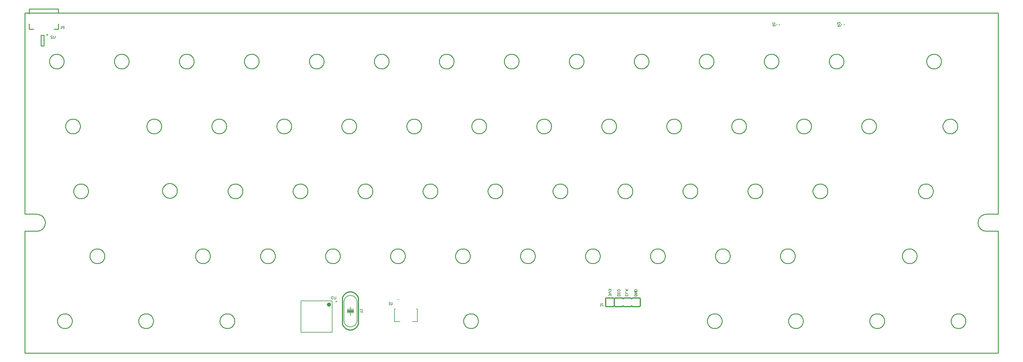
<source format=gbo>
G04*
G04 #@! TF.GenerationSoftware,Altium Limited,Altium Designer,21.2.1 (34)*
G04*
G04 Layer_Color=32896*
%FSLAX25Y25*%
%MOIN*%
G70*
G04*
G04 #@! TF.SameCoordinates,E791EE2E-FBA0-4324-A9C2-BCC3054153F0*
G04*
G04*
G04 #@! TF.FilePolarity,Positive*
G04*
G01*
G75*
%ADD10C,0.01000*%
%ADD11C,0.00787*%
%ADD12C,0.00984*%
%ADD15C,0.00700*%
%ADD16C,0.00500*%
%ADD67C,0.01181*%
%ADD75C,0.02362*%
G36*
X379806Y49659D02*
X371906D01*
Y47359D01*
X379806D01*
Y49659D01*
D02*
G37*
D10*
X739013Y111865D02*
X738953Y112870D01*
X738775Y113861D01*
X738481Y114825D01*
X738075Y115746D01*
X737563Y116613D01*
X736951Y117414D01*
X736250Y118137D01*
X735468Y118771D01*
X734616Y119309D01*
X733707Y119742D01*
X732753Y120064D01*
X731768Y120272D01*
X730764Y120361D01*
X729758Y120331D01*
X728762Y120183D01*
X727790Y119917D01*
X726857Y119539D01*
X725975Y119053D01*
X725157Y118465D01*
X724414Y117786D01*
X723756Y117023D01*
X723194Y116187D01*
X722734Y115292D01*
X722383Y114347D01*
X722147Y113368D01*
X722027Y112369D01*
Y111361D01*
X722147Y110361D01*
X722383Y109382D01*
X722734Y108438D01*
X723194Y107542D01*
X723756Y106707D01*
X724414Y105944D01*
X725157Y105264D01*
X725975Y104677D01*
X726857Y104191D01*
X727790Y103813D01*
X728762Y103547D01*
X729758Y103399D01*
X730764Y103369D01*
X731768Y103458D01*
X732753Y103665D01*
X733707Y103988D01*
X734616Y104421D01*
X735468Y104959D01*
X736250Y105593D01*
X736951Y106316D01*
X737563Y107116D01*
X738075Y107984D01*
X738481Y108905D01*
X738775Y109868D01*
X738953Y110860D01*
X739013Y111865D01*
X514013Y111865D02*
X513953Y112870D01*
X513775Y113861D01*
X513481Y114825D01*
X513075Y115746D01*
X512563Y116613D01*
X511951Y117414D01*
X511250Y118137D01*
X510468Y118771D01*
X509616Y119309D01*
X508707Y119742D01*
X507753Y120064D01*
X506768Y120272D01*
X505764Y120361D01*
X504758Y120331D01*
X503762Y120183D01*
X502790Y119917D01*
X501857Y119539D01*
X500975Y119053D01*
X500157Y118465D01*
X499414Y117786D01*
X498756Y117023D01*
X498194Y116187D01*
X497734Y115292D01*
X497383Y114347D01*
X497147Y113368D01*
X497027Y112369D01*
Y111361D01*
X497147Y110361D01*
X497383Y109382D01*
X497734Y108438D01*
X498194Y107542D01*
X498756Y106707D01*
X499414Y105944D01*
X500157Y105264D01*
X500975Y104677D01*
X501857Y104191D01*
X502790Y103813D01*
X503762Y103547D01*
X504758Y103399D01*
X505764Y103369D01*
X506768Y103458D01*
X507753Y103665D01*
X508707Y103988D01*
X509616Y104421D01*
X510468Y104959D01*
X511250Y105593D01*
X511951Y106316D01*
X512563Y107116D01*
X513075Y107984D01*
X513481Y108905D01*
X513775Y109868D01*
X513953Y110860D01*
X514013Y111865D01*
X120256Y336865D02*
X120197Y337870D01*
X120018Y338861D01*
X119724Y339825D01*
X119318Y340746D01*
X118806Y341613D01*
X118195Y342414D01*
X117494Y343137D01*
X116712Y343771D01*
X115860Y344309D01*
X114951Y344742D01*
X113997Y345064D01*
X113011Y345272D01*
X112008Y345361D01*
X111002Y345331D01*
X110005Y345183D01*
X109034Y344917D01*
X108101Y344539D01*
X107219Y344053D01*
X106401Y343465D01*
X105657Y342786D01*
X105000Y342023D01*
X104437Y341187D01*
X103978Y340292D01*
X103627Y339347D01*
X103390Y338369D01*
X103271Y337368D01*
Y336361D01*
X103390Y335361D01*
X103627Y334382D01*
X103978Y333438D01*
X104437Y332542D01*
X105000Y331707D01*
X105657Y330944D01*
X106401Y330264D01*
X107219Y329677D01*
X108101Y329191D01*
X109034Y328813D01*
X110005Y328547D01*
X111002Y328398D01*
X112008Y328369D01*
X113011Y328458D01*
X113997Y328665D01*
X114951Y328988D01*
X115860Y329421D01*
X116712Y329959D01*
X117494Y330593D01*
X118195Y331316D01*
X118806Y332116D01*
X119318Y332984D01*
X119724Y333905D01*
X120018Y334868D01*
X120197Y335860D01*
X120256Y336865D01*
X195257Y336865D02*
X195197Y337870D01*
X195019Y338861D01*
X194725Y339825D01*
X194319Y340746D01*
X193807Y341613D01*
X193195Y342414D01*
X192494Y343137D01*
X191712Y343771D01*
X190860Y344309D01*
X189951Y344742D01*
X188997Y345064D01*
X188012Y345272D01*
X187009Y345361D01*
X186002Y345331D01*
X185006Y345183D01*
X184034Y344917D01*
X183101Y344539D01*
X182219Y344053D01*
X181401Y343465D01*
X180658Y342786D01*
X180000Y342023D01*
X179438Y341187D01*
X178978Y340292D01*
X178627Y339347D01*
X178391Y338369D01*
X178272Y337368D01*
Y336361D01*
X178391Y335361D01*
X178627Y334382D01*
X178978Y333438D01*
X179438Y332542D01*
X180000Y331707D01*
X180658Y330944D01*
X181401Y330264D01*
X182219Y329677D01*
X183101Y329191D01*
X184034Y328813D01*
X185006Y328547D01*
X186002Y328398D01*
X187009Y328369D01*
X188012Y328458D01*
X188997Y328665D01*
X189951Y328988D01*
X190860Y329421D01*
X191712Y329959D01*
X192494Y330593D01*
X193195Y331316D01*
X193807Y332116D01*
X194319Y332984D01*
X194725Y333905D01*
X195019Y334868D01*
X195197Y335860D01*
X195257Y336865D01*
X270257Y336865D02*
X270197Y337870D01*
X270019Y338861D01*
X269725Y339825D01*
X269319Y340746D01*
X268807Y341613D01*
X268196Y342414D01*
X267494Y343137D01*
X266712Y343771D01*
X265860Y344309D01*
X264951Y344742D01*
X263997Y345064D01*
X263012Y345272D01*
X262009Y345361D01*
X261002Y345331D01*
X260006Y345183D01*
X259034Y344917D01*
X258101Y344539D01*
X257219Y344053D01*
X256401Y343465D01*
X255658Y342786D01*
X255000Y342023D01*
X254438Y341187D01*
X253978Y340292D01*
X253627Y339347D01*
X253391Y338369D01*
X253272Y337368D01*
Y336361D01*
X253391Y335361D01*
X253627Y334382D01*
X253978Y333438D01*
X254438Y332542D01*
X255000Y331707D01*
X255658Y330944D01*
X256401Y330264D01*
X257219Y329677D01*
X258101Y329191D01*
X259034Y328813D01*
X260006Y328547D01*
X261002Y328398D01*
X262009Y328369D01*
X263012Y328458D01*
X263997Y328665D01*
X264951Y328988D01*
X265860Y329421D01*
X266712Y329959D01*
X267494Y330593D01*
X268196Y331316D01*
X268807Y332116D01*
X269319Y332984D01*
X269725Y333905D01*
X270019Y334868D01*
X270197Y335860D01*
X270257Y336865D01*
X345257Y336865D02*
X345197Y337870D01*
X345019Y338861D01*
X344725Y339825D01*
X344319Y340746D01*
X343807Y341613D01*
X343196Y342414D01*
X342494Y343137D01*
X341712Y343771D01*
X340860Y344309D01*
X339951Y344742D01*
X338997Y345064D01*
X338012Y345272D01*
X337009Y345361D01*
X336002Y345331D01*
X335006Y345183D01*
X334034Y344917D01*
X333101Y344539D01*
X332219Y344053D01*
X331401Y343465D01*
X330658Y342786D01*
X330000Y342023D01*
X329438Y341187D01*
X328978Y340292D01*
X328627Y339347D01*
X328391Y338369D01*
X328272Y337368D01*
Y336361D01*
X328391Y335361D01*
X328627Y334382D01*
X328978Y333438D01*
X329438Y332542D01*
X330000Y331707D01*
X330658Y330944D01*
X331401Y330264D01*
X332219Y329677D01*
X333101Y329191D01*
X334034Y328813D01*
X335006Y328547D01*
X336002Y328398D01*
X337009Y328369D01*
X338012Y328458D01*
X338997Y328665D01*
X339951Y328988D01*
X340860Y329421D01*
X341712Y329959D01*
X342494Y330593D01*
X343196Y331316D01*
X343807Y332116D01*
X344319Y332984D01*
X344725Y333905D01*
X345019Y334868D01*
X345197Y335860D01*
X345257Y336865D01*
X45256Y336865D02*
X45196Y337870D01*
X45018Y338861D01*
X44724Y339825D01*
X44318Y340746D01*
X43806Y341613D01*
X43195Y342414D01*
X42494Y343137D01*
X41711Y343771D01*
X40860Y344309D01*
X39951Y344742D01*
X38997Y345064D01*
X38011Y345272D01*
X37008Y345361D01*
X36001Y345331D01*
X35005Y345183D01*
X34034Y344917D01*
X33101Y344539D01*
X32219Y344053D01*
X31400Y343465D01*
X30657Y342786D01*
X30000Y342023D01*
X29437Y341187D01*
X28977Y340292D01*
X28627Y339347D01*
X28390Y338369D01*
X28271Y337368D01*
Y336361D01*
X28390Y335361D01*
X28627Y334382D01*
X28977Y333438D01*
X29437Y332542D01*
X30000Y331707D01*
X30657Y330944D01*
X31400Y330264D01*
X32219Y329677D01*
X33101Y329191D01*
X34034Y328813D01*
X35005Y328547D01*
X36001Y328398D01*
X37008Y328369D01*
X38011Y328458D01*
X38997Y328665D01*
X39951Y328988D01*
X40860Y329421D01*
X41711Y329959D01*
X42493Y330593D01*
X43195Y331316D01*
X43806Y332116D01*
X44318Y332984D01*
X44724Y333905D01*
X45018Y334868D01*
X45196Y335860D01*
X45256Y336865D01*
X720257Y336865D02*
X720197Y337870D01*
X720019Y338861D01*
X719725Y339825D01*
X719319Y340746D01*
X718807Y341613D01*
X718195Y342414D01*
X717494Y343137D01*
X716712Y343771D01*
X715860Y344309D01*
X714951Y344742D01*
X713997Y345064D01*
X713012Y345272D01*
X712008Y345361D01*
X711002Y345331D01*
X710006Y345183D01*
X709034Y344917D01*
X708101Y344539D01*
X707219Y344053D01*
X706401Y343465D01*
X705658Y342786D01*
X705000Y342023D01*
X704438Y341187D01*
X703978Y340292D01*
X703627Y339347D01*
X703391Y338369D01*
X703272Y337368D01*
Y336361D01*
X703391Y335361D01*
X703627Y334382D01*
X703978Y333438D01*
X704438Y332542D01*
X705000Y331707D01*
X705658Y330944D01*
X706401Y330264D01*
X707219Y329677D01*
X708101Y329191D01*
X709034Y328813D01*
X710006Y328547D01*
X711002Y328398D01*
X712008Y328369D01*
X713012Y328458D01*
X713997Y328665D01*
X714951Y328988D01*
X715860Y329421D01*
X716712Y329959D01*
X717494Y330593D01*
X718195Y331316D01*
X718807Y332116D01*
X719319Y332984D01*
X719725Y333905D01*
X720019Y334868D01*
X720197Y335860D01*
X720257Y336865D01*
X795257Y336865D02*
X795197Y337870D01*
X795019Y338861D01*
X794725Y339825D01*
X794319Y340746D01*
X793807Y341613D01*
X793195Y342414D01*
X792494Y343137D01*
X791712Y343771D01*
X790860Y344309D01*
X789951Y344742D01*
X788997Y345064D01*
X788012Y345272D01*
X787008Y345361D01*
X786002Y345331D01*
X785006Y345183D01*
X784034Y344917D01*
X783101Y344539D01*
X782219Y344053D01*
X781401Y343465D01*
X780658Y342786D01*
X780000Y342023D01*
X779438Y341187D01*
X778978Y340292D01*
X778627Y339347D01*
X778391Y338369D01*
X778272Y337368D01*
Y336361D01*
X778391Y335361D01*
X778627Y334382D01*
X778978Y333438D01*
X779438Y332542D01*
X780000Y331707D01*
X780658Y330944D01*
X781401Y330264D01*
X782219Y329677D01*
X783101Y329191D01*
X784034Y328813D01*
X785006Y328547D01*
X786002Y328398D01*
X787008Y328369D01*
X788012Y328458D01*
X788997Y328665D01*
X789951Y328988D01*
X790860Y329421D01*
X791712Y329959D01*
X792494Y330593D01*
X793195Y331316D01*
X793807Y332116D01*
X794319Y332984D01*
X794725Y333905D01*
X795019Y334868D01*
X795197Y335860D01*
X795257Y336865D01*
X870257Y336865D02*
X870197Y337870D01*
X870019Y338861D01*
X869725Y339825D01*
X869319Y340746D01*
X868807Y341613D01*
X868196Y342414D01*
X867494Y343137D01*
X866712Y343771D01*
X865860Y344309D01*
X864951Y344742D01*
X863997Y345064D01*
X863012Y345272D01*
X862008Y345361D01*
X861002Y345331D01*
X860006Y345183D01*
X859034Y344917D01*
X858101Y344539D01*
X857219Y344053D01*
X856401Y343465D01*
X855658Y342786D01*
X855000Y342023D01*
X854438Y341187D01*
X853978Y340292D01*
X853627Y339347D01*
X853391Y338369D01*
X853272Y337368D01*
Y336361D01*
X853391Y335361D01*
X853627Y334382D01*
X853978Y333438D01*
X854438Y332542D01*
X855000Y331707D01*
X855658Y330944D01*
X856401Y330264D01*
X857219Y329677D01*
X858101Y329191D01*
X859034Y328813D01*
X860006Y328547D01*
X861002Y328398D01*
X862008Y328369D01*
X863012Y328458D01*
X863997Y328665D01*
X864951Y328988D01*
X865860Y329421D01*
X866712Y329959D01*
X867494Y330593D01*
X868196Y331316D01*
X868807Y332116D01*
X869319Y332984D01*
X869725Y333905D01*
X870019Y334868D01*
X870197Y335860D01*
X870257Y336865D01*
X645257Y336865D02*
X645197Y337870D01*
X645019Y338861D01*
X644725Y339825D01*
X644319Y340746D01*
X643807Y341613D01*
X643195Y342414D01*
X642494Y343137D01*
X641712Y343771D01*
X640860Y344309D01*
X639951Y344742D01*
X638997Y345064D01*
X638012Y345272D01*
X637008Y345361D01*
X636002Y345331D01*
X635006Y345183D01*
X634034Y344917D01*
X633101Y344539D01*
X632219Y344053D01*
X631401Y343465D01*
X630658Y342786D01*
X630000Y342023D01*
X629438Y341187D01*
X628978Y340292D01*
X628627Y339347D01*
X628391Y338369D01*
X628272Y337368D01*
Y336361D01*
X628391Y335361D01*
X628627Y334382D01*
X628978Y333438D01*
X629438Y332542D01*
X630000Y331707D01*
X630658Y330944D01*
X631401Y330264D01*
X632219Y329677D01*
X633101Y329191D01*
X634034Y328813D01*
X635006Y328547D01*
X636002Y328398D01*
X637008Y328369D01*
X638012Y328458D01*
X638997Y328665D01*
X639951Y328988D01*
X640860Y329421D01*
X641712Y329959D01*
X642494Y330593D01*
X643195Y331316D01*
X643807Y332116D01*
X644319Y332984D01*
X644725Y333905D01*
X645019Y334868D01*
X645197Y335860D01*
X645257Y336865D01*
X570257Y336865D02*
X570197Y337870D01*
X570019Y338861D01*
X569725Y339825D01*
X569319Y340746D01*
X568807Y341613D01*
X568195Y342414D01*
X567494Y343137D01*
X566712Y343771D01*
X565860Y344309D01*
X564951Y344742D01*
X563997Y345064D01*
X563012Y345272D01*
X562008Y345361D01*
X561002Y345331D01*
X560006Y345183D01*
X559034Y344917D01*
X558101Y344539D01*
X557219Y344053D01*
X556401Y343465D01*
X555658Y342786D01*
X555000Y342023D01*
X554438Y341187D01*
X553978Y340292D01*
X553627Y339347D01*
X553391Y338369D01*
X553272Y337368D01*
Y336361D01*
X553391Y335361D01*
X553627Y334382D01*
X553978Y333438D01*
X554438Y332542D01*
X555000Y331707D01*
X555658Y330944D01*
X556401Y330264D01*
X557219Y329677D01*
X558101Y329191D01*
X559034Y328813D01*
X560006Y328547D01*
X561002Y328398D01*
X562008Y328369D01*
X563012Y328458D01*
X563997Y328665D01*
X564951Y328988D01*
X565860Y329421D01*
X566712Y329959D01*
X567494Y330593D01*
X568195Y331316D01*
X568807Y332116D01*
X569319Y332984D01*
X569725Y333905D01*
X570019Y334868D01*
X570197Y335860D01*
X570257Y336865D01*
X495257Y336865D02*
X495197Y337870D01*
X495019Y338861D01*
X494725Y339825D01*
X494319Y340746D01*
X493807Y341613D01*
X493195Y342414D01*
X492494Y343137D01*
X491712Y343771D01*
X490860Y344309D01*
X489951Y344742D01*
X488997Y345064D01*
X488012Y345272D01*
X487008Y345361D01*
X486002Y345331D01*
X485006Y345183D01*
X484034Y344917D01*
X483101Y344539D01*
X482219Y344053D01*
X481401Y343465D01*
X480658Y342786D01*
X480000Y342023D01*
X479438Y341187D01*
X478978Y340292D01*
X478627Y339347D01*
X478391Y338369D01*
X478272Y337368D01*
Y336361D01*
X478391Y335361D01*
X478627Y334382D01*
X478978Y333438D01*
X479438Y332542D01*
X480000Y331707D01*
X480658Y330944D01*
X481401Y330264D01*
X482219Y329677D01*
X483101Y329191D01*
X484034Y328813D01*
X485006Y328547D01*
X486002Y328398D01*
X487008Y328369D01*
X488012Y328458D01*
X488997Y328665D01*
X489951Y328988D01*
X490860Y329421D01*
X491712Y329959D01*
X492494Y330593D01*
X493195Y331316D01*
X493807Y332116D01*
X494319Y332984D01*
X494725Y333905D01*
X495019Y334868D01*
X495197Y335860D01*
X495257Y336865D01*
X420257Y336865D02*
X420197Y337870D01*
X420019Y338861D01*
X419725Y339825D01*
X419319Y340746D01*
X418807Y341613D01*
X418195Y342414D01*
X417494Y343137D01*
X416712Y343771D01*
X415860Y344309D01*
X414951Y344742D01*
X413997Y345064D01*
X413012Y345272D01*
X412008Y345361D01*
X411002Y345331D01*
X410006Y345183D01*
X409034Y344917D01*
X408101Y344539D01*
X407219Y344053D01*
X406401Y343465D01*
X405658Y342786D01*
X405000Y342023D01*
X404438Y341187D01*
X403978Y340292D01*
X403627Y339347D01*
X403391Y338369D01*
X403272Y337368D01*
Y336361D01*
X403391Y335361D01*
X403627Y334382D01*
X403978Y333438D01*
X404438Y332542D01*
X405000Y331707D01*
X405658Y330944D01*
X406401Y330264D01*
X407219Y329677D01*
X408101Y329191D01*
X409034Y328813D01*
X410006Y328547D01*
X411002Y328398D01*
X412008Y328369D01*
X413012Y328458D01*
X413997Y328665D01*
X414951Y328988D01*
X415860Y329421D01*
X416712Y329959D01*
X417494Y330593D01*
X418195Y331316D01*
X418807Y332116D01*
X419319Y332984D01*
X419725Y333905D01*
X420019Y334868D01*
X420197Y335860D01*
X420257Y336865D01*
X1085883Y36865D02*
X1085823Y37871D01*
X1085645Y38862D01*
X1085351Y39825D01*
X1084945Y40747D01*
X1084433Y41614D01*
X1083821Y42414D01*
X1083120Y43137D01*
X1082338Y43771D01*
X1081486Y44309D01*
X1080577Y44742D01*
X1079623Y45065D01*
X1078638Y45272D01*
X1077635Y45362D01*
X1076628Y45332D01*
X1075632Y45183D01*
X1074660Y44918D01*
X1073727Y44539D01*
X1072845Y44053D01*
X1072027Y43466D01*
X1071284Y42786D01*
X1070626Y42023D01*
X1070064Y41188D01*
X1069604Y40292D01*
X1069253Y39348D01*
X1069017Y38369D01*
X1068898Y37369D01*
Y36362D01*
X1069017Y35362D01*
X1069253Y34383D01*
X1069604Y33439D01*
X1070064Y32543D01*
X1070626Y31708D01*
X1071284Y30945D01*
X1072027Y30265D01*
X1072845Y29678D01*
X1073727Y29191D01*
X1074660Y28813D01*
X1075632Y28548D01*
X1076628Y28399D01*
X1077635Y28369D01*
X1078638Y28458D01*
X1079623Y28666D01*
X1080577Y28988D01*
X1081486Y29422D01*
X1082338Y29959D01*
X1083120Y30594D01*
X1083821Y31316D01*
X1084433Y32117D01*
X1084945Y32984D01*
X1085351Y33906D01*
X1085645Y34869D01*
X1085823Y35860D01*
X1085883Y36865D01*
X992131Y36865D02*
X992071Y37871D01*
X991893Y38862D01*
X991599Y39825D01*
X991193Y40747D01*
X990681Y41614D01*
X990069Y42414D01*
X989368Y43137D01*
X988586Y43771D01*
X987734Y44309D01*
X986825Y44742D01*
X985871Y45065D01*
X984886Y45272D01*
X983883Y45362D01*
X982876Y45332D01*
X981880Y45183D01*
X980908Y44918D01*
X979975Y44539D01*
X979093Y44053D01*
X978275Y43466D01*
X977532Y42786D01*
X976874Y42023D01*
X976312Y41188D01*
X975852Y40292D01*
X975501Y39348D01*
X975265Y38369D01*
X975146Y37369D01*
Y36362D01*
X975265Y35362D01*
X975501Y34383D01*
X975852Y33439D01*
X976312Y32543D01*
X976874Y31708D01*
X977532Y30945D01*
X978275Y30265D01*
X979093Y29678D01*
X979975Y29191D01*
X980908Y28813D01*
X981880Y28548D01*
X982876Y28399D01*
X983883Y28369D01*
X984886Y28458D01*
X985871Y28666D01*
X986825Y28988D01*
X987734Y29422D01*
X988586Y29959D01*
X989368Y30594D01*
X990069Y31316D01*
X990681Y32117D01*
X991193Y32984D01*
X991599Y33906D01*
X991893Y34869D01*
X992071Y35860D01*
X992131Y36865D01*
X898387Y36865D02*
X898327Y37871D01*
X898149Y38862D01*
X897855Y39825D01*
X897449Y40747D01*
X896937Y41614D01*
X896325Y42414D01*
X895624Y43137D01*
X894842Y43771D01*
X893990Y44309D01*
X893081Y44742D01*
X892127Y45065D01*
X891142Y45272D01*
X890139Y45362D01*
X889132Y45332D01*
X888136Y45183D01*
X887164Y44918D01*
X886231Y44539D01*
X885349Y44053D01*
X884531Y43466D01*
X883788Y42786D01*
X883130Y42023D01*
X882568Y41188D01*
X882108Y40292D01*
X881757Y39348D01*
X881521Y38369D01*
X881402Y37369D01*
Y36362D01*
X881521Y35362D01*
X881757Y34383D01*
X882108Y33439D01*
X882568Y32543D01*
X883130Y31708D01*
X883788Y30945D01*
X884531Y30265D01*
X885349Y29678D01*
X886231Y29191D01*
X887164Y28813D01*
X888136Y28548D01*
X889132Y28399D01*
X890138Y28369D01*
X891142Y28458D01*
X892127Y28666D01*
X893081Y28988D01*
X893990Y29422D01*
X894842Y29959D01*
X895624Y30594D01*
X896325Y31316D01*
X896937Y32117D01*
X897449Y32984D01*
X897855Y33906D01*
X898149Y34869D01*
X898327Y35860D01*
X898387Y36865D01*
X804631Y36865D02*
X804571Y37871D01*
X804393Y38862D01*
X804099Y39825D01*
X803693Y40747D01*
X803181Y41614D01*
X802569Y42414D01*
X801868Y43137D01*
X801086Y43771D01*
X800234Y44309D01*
X799325Y44742D01*
X798371Y45065D01*
X797386Y45272D01*
X796383Y45362D01*
X795376Y45332D01*
X794380Y45183D01*
X793408Y44918D01*
X792475Y44539D01*
X791593Y44053D01*
X790775Y43466D01*
X790032Y42786D01*
X789374Y42023D01*
X788812Y41188D01*
X788352Y40292D01*
X788001Y39348D01*
X787765Y38369D01*
X787646Y37369D01*
Y36362D01*
X787765Y35362D01*
X788001Y34383D01*
X788352Y33439D01*
X788812Y32543D01*
X789374Y31708D01*
X790032Y30945D01*
X790775Y30265D01*
X791593Y29678D01*
X792475Y29191D01*
X793408Y28813D01*
X794380Y28548D01*
X795376Y28399D01*
X796383Y28369D01*
X797386Y28458D01*
X798371Y28666D01*
X799325Y28988D01*
X800234Y29422D01*
X801086Y29959D01*
X801868Y30594D01*
X802569Y31316D01*
X803181Y32117D01*
X803693Y32984D01*
X804099Y33906D01*
X804393Y34869D01*
X804571Y35860D01*
X804631Y36865D01*
X1029631Y111865D02*
X1029571Y112870D01*
X1029393Y113861D01*
X1029099Y114825D01*
X1028693Y115746D01*
X1028181Y116613D01*
X1027569Y117414D01*
X1026868Y118137D01*
X1026086Y118771D01*
X1025234Y119309D01*
X1024325Y119742D01*
X1023371Y120064D01*
X1022386Y120272D01*
X1021383Y120361D01*
X1020376Y120331D01*
X1019380Y120183D01*
X1018408Y119917D01*
X1017475Y119539D01*
X1016593Y119053D01*
X1015775Y118465D01*
X1015032Y117786D01*
X1014374Y117023D01*
X1013812Y116187D01*
X1013352Y115292D01*
X1013001Y114347D01*
X1012765Y113368D01*
X1012646Y112369D01*
Y111361D01*
X1012765Y110361D01*
X1013001Y109382D01*
X1013352Y108438D01*
X1013812Y107542D01*
X1014374Y106707D01*
X1015032Y105944D01*
X1015775Y105264D01*
X1016593Y104677D01*
X1017475Y104191D01*
X1018408Y103813D01*
X1019380Y103547D01*
X1020376Y103399D01*
X1021383Y103369D01*
X1022386Y103458D01*
X1023371Y103665D01*
X1024325Y103988D01*
X1025234Y104421D01*
X1026086Y104959D01*
X1026868Y105593D01*
X1027569Y106316D01*
X1028181Y107116D01*
X1028693Y107984D01*
X1029099Y108905D01*
X1029393Y109868D01*
X1029571Y110860D01*
X1029631Y111865D01*
X889013Y111865D02*
X888953Y112870D01*
X888775Y113861D01*
X888481Y114825D01*
X888075Y115746D01*
X887562Y116613D01*
X886951Y117414D01*
X886250Y118137D01*
X885468Y118771D01*
X884616Y119309D01*
X883707Y119742D01*
X882753Y120064D01*
X881767Y120272D01*
X880764Y120361D01*
X879758Y120331D01*
X878762Y120183D01*
X877790Y119917D01*
X876857Y119539D01*
X875975Y119053D01*
X875157Y118465D01*
X874414Y117786D01*
X873756Y117023D01*
X873194Y116187D01*
X872734Y115292D01*
X872383Y114347D01*
X872147Y113368D01*
X872027Y112369D01*
Y111361D01*
X872147Y110361D01*
X872383Y109382D01*
X872734Y108438D01*
X873194Y107542D01*
X873756Y106707D01*
X874414Y105944D01*
X875157Y105264D01*
X875975Y104677D01*
X876857Y104191D01*
X877790Y103813D01*
X878762Y103547D01*
X879758Y103399D01*
X880764Y103369D01*
X881767Y103458D01*
X882753Y103665D01*
X883707Y103988D01*
X884616Y104421D01*
X885468Y104959D01*
X886250Y105593D01*
X886951Y106316D01*
X887562Y107116D01*
X888075Y107984D01*
X888481Y108905D01*
X888775Y109868D01*
X888953Y110860D01*
X889013Y111865D01*
X814005Y111865D02*
X813945Y112870D01*
X813767Y113861D01*
X813473Y114825D01*
X813067Y115746D01*
X812555Y116613D01*
X811944Y117414D01*
X811242Y118137D01*
X810460Y118771D01*
X809608Y119309D01*
X808699Y119742D01*
X807745Y120064D01*
X806760Y120272D01*
X805757Y120361D01*
X804750Y120331D01*
X803754Y120183D01*
X802782Y119917D01*
X801849Y119539D01*
X800967Y119053D01*
X800149Y118465D01*
X799406Y117786D01*
X798748Y117023D01*
X798186Y116187D01*
X797726Y115292D01*
X797375Y114347D01*
X797139Y113368D01*
X797020Y112369D01*
Y111361D01*
X797139Y110361D01*
X797375Y109382D01*
X797726Y108438D01*
X798186Y107542D01*
X798748Y106707D01*
X799406Y105944D01*
X800149Y105264D01*
X800967Y104677D01*
X801849Y104191D01*
X802782Y103813D01*
X803754Y103547D01*
X804750Y103399D01*
X805756Y103369D01*
X806760Y103458D01*
X807745Y103665D01*
X808699Y103988D01*
X809608Y104421D01*
X810460Y104959D01*
X811242Y105593D01*
X811944Y106316D01*
X812555Y107116D01*
X813067Y107984D01*
X813473Y108905D01*
X813767Y109868D01*
X813945Y110860D01*
X814005Y111865D01*
X664013Y111865D02*
X663953Y112870D01*
X663775Y113861D01*
X663481Y114825D01*
X663075Y115746D01*
X662563Y116613D01*
X661951Y117414D01*
X661250Y118137D01*
X660468Y118771D01*
X659616Y119309D01*
X658707Y119742D01*
X657753Y120064D01*
X656768Y120272D01*
X655764Y120361D01*
X654758Y120331D01*
X653762Y120183D01*
X652790Y119917D01*
X651857Y119539D01*
X650975Y119053D01*
X650157Y118465D01*
X649414Y117786D01*
X648756Y117023D01*
X648194Y116187D01*
X647734Y115292D01*
X647383Y114347D01*
X647147Y113368D01*
X647027Y112369D01*
Y111361D01*
X647147Y110361D01*
X647383Y109382D01*
X647734Y108438D01*
X648194Y107542D01*
X648756Y106707D01*
X649414Y105944D01*
X650157Y105264D01*
X650975Y104677D01*
X651857Y104191D01*
X652790Y103813D01*
X653762Y103547D01*
X654758Y103399D01*
X655764Y103369D01*
X656768Y103458D01*
X657753Y103665D01*
X658707Y103988D01*
X659616Y104421D01*
X660468Y104959D01*
X661250Y105593D01*
X661951Y106316D01*
X662563Y107116D01*
X663075Y107984D01*
X663481Y108905D01*
X663775Y109868D01*
X663953Y110860D01*
X664013Y111865D01*
X589005Y111865D02*
X588945Y112870D01*
X588767Y113861D01*
X588473Y114825D01*
X588067Y115746D01*
X587555Y116613D01*
X586943Y117414D01*
X586242Y118137D01*
X585460Y118771D01*
X584608Y119309D01*
X583699Y119742D01*
X582745Y120064D01*
X581760Y120272D01*
X580757Y120361D01*
X579750Y120331D01*
X578754Y120183D01*
X577782Y119917D01*
X576849Y119539D01*
X575967Y119053D01*
X575149Y118465D01*
X574406Y117786D01*
X573748Y117023D01*
X573186Y116187D01*
X572726Y115292D01*
X572375Y114347D01*
X572139Y113368D01*
X572020Y112369D01*
Y111361D01*
X572139Y110361D01*
X572375Y109382D01*
X572726Y108438D01*
X573186Y107542D01*
X573748Y106707D01*
X574406Y105944D01*
X575149Y105264D01*
X575967Y104677D01*
X576849Y104191D01*
X577782Y103813D01*
X578754Y103547D01*
X579750Y103399D01*
X580757Y103369D01*
X581760Y103458D01*
X582745Y103665D01*
X583699Y103988D01*
X584608Y104421D01*
X585460Y104959D01*
X586242Y105593D01*
X586943Y106316D01*
X587555Y107116D01*
X588067Y107984D01*
X588473Y108905D01*
X588767Y109868D01*
X588945Y110860D01*
X589005Y111865D01*
X439005Y111865D02*
X438945Y112870D01*
X438767Y113861D01*
X438473Y114825D01*
X438067Y115746D01*
X437555Y116613D01*
X436943Y117414D01*
X436242Y118137D01*
X435460Y118771D01*
X434608Y119309D01*
X433699Y119742D01*
X432745Y120064D01*
X431760Y120272D01*
X430757Y120361D01*
X429750Y120331D01*
X428754Y120183D01*
X427782Y119917D01*
X426849Y119539D01*
X425967Y119053D01*
X425149Y118465D01*
X424406Y117786D01*
X423748Y117023D01*
X423186Y116187D01*
X422726Y115292D01*
X422375Y114347D01*
X422139Y113368D01*
X422020Y112369D01*
Y111361D01*
X422139Y110361D01*
X422375Y109382D01*
X422726Y108438D01*
X423186Y107542D01*
X423748Y106707D01*
X424406Y105944D01*
X425149Y105264D01*
X425967Y104677D01*
X426849Y104191D01*
X427782Y103813D01*
X428754Y103547D01*
X429750Y103399D01*
X430757Y103369D01*
X431760Y103458D01*
X432745Y103665D01*
X433699Y103988D01*
X434608Y104421D01*
X435460Y104959D01*
X436242Y105593D01*
X436943Y106316D01*
X437555Y107116D01*
X438067Y107984D01*
X438473Y108905D01*
X438767Y109868D01*
X438945Y110860D01*
X439005Y111865D01*
X364012Y111865D02*
X363952Y112870D01*
X363774Y113861D01*
X363480Y114825D01*
X363074Y115746D01*
X362562Y116613D01*
X361951Y117414D01*
X361249Y118137D01*
X360468Y118771D01*
X359616Y119309D01*
X358707Y119742D01*
X357753Y120064D01*
X356767Y120272D01*
X355764Y120361D01*
X354757Y120331D01*
X353761Y120183D01*
X352790Y119917D01*
X351857Y119539D01*
X350975Y119053D01*
X350156Y118465D01*
X349413Y117786D01*
X348756Y117023D01*
X348193Y116187D01*
X347733Y115292D01*
X347383Y114347D01*
X347146Y113368D01*
X347027Y112369D01*
Y111361D01*
X347146Y110361D01*
X347383Y109382D01*
X347733Y108438D01*
X348193Y107542D01*
X348756Y106707D01*
X349413Y105944D01*
X350156Y105264D01*
X350975Y104677D01*
X351857Y104191D01*
X352790Y103813D01*
X353761Y103547D01*
X354757Y103399D01*
X355764Y103369D01*
X356767Y103458D01*
X357753Y103665D01*
X358707Y103988D01*
X359616Y104421D01*
X360468Y104959D01*
X361249Y105593D01*
X361951Y106316D01*
X362562Y107116D01*
X363074Y107984D01*
X363480Y108905D01*
X363774Y109868D01*
X363952Y110860D01*
X364012Y111865D01*
X289012Y111865D02*
X288952Y112870D01*
X288774Y113861D01*
X288480Y114825D01*
X288074Y115746D01*
X287562Y116613D01*
X286951Y117414D01*
X286249Y118137D01*
X285468Y118771D01*
X284616Y119309D01*
X283707Y119742D01*
X282753Y120064D01*
X281767Y120272D01*
X280764Y120361D01*
X279757Y120331D01*
X278761Y120183D01*
X277790Y119917D01*
X276857Y119539D01*
X275975Y119053D01*
X275156Y118465D01*
X274413Y117786D01*
X273756Y117023D01*
X273193Y116187D01*
X272733Y115292D01*
X272383Y114347D01*
X272146Y113368D01*
X272027Y112369D01*
Y111361D01*
X272146Y110361D01*
X272383Y109382D01*
X272733Y108438D01*
X273193Y107542D01*
X273756Y106707D01*
X274413Y105944D01*
X275156Y105264D01*
X275975Y104677D01*
X276857Y104191D01*
X277790Y103813D01*
X278761Y103547D01*
X279757Y103399D01*
X280764Y103369D01*
X281767Y103458D01*
X282753Y103665D01*
X283707Y103988D01*
X284616Y104421D01*
X285468Y104959D01*
X286249Y105593D01*
X286951Y106316D01*
X287562Y107116D01*
X288074Y107984D01*
X288480Y108905D01*
X288774Y109868D01*
X288952Y110860D01*
X289012Y111865D01*
X214012Y111865D02*
X213952Y112870D01*
X213774Y113861D01*
X213480Y114825D01*
X213074Y115746D01*
X212562Y116613D01*
X211951Y117414D01*
X211249Y118137D01*
X210468Y118771D01*
X209616Y119309D01*
X208707Y119742D01*
X207753Y120064D01*
X206767Y120272D01*
X205764Y120361D01*
X204757Y120331D01*
X203761Y120183D01*
X202790Y119917D01*
X201857Y119539D01*
X200975Y119053D01*
X200156Y118465D01*
X199413Y117786D01*
X198756Y117023D01*
X198193Y116187D01*
X197733Y115292D01*
X197383Y114347D01*
X197146Y113368D01*
X197027Y112369D01*
Y111361D01*
X197146Y110361D01*
X197383Y109382D01*
X197733Y108438D01*
X198193Y107542D01*
X198756Y106707D01*
X199413Y105944D01*
X200156Y105264D01*
X200975Y104677D01*
X201857Y104191D01*
X202790Y103813D01*
X203761Y103547D01*
X204757Y103399D01*
X205764Y103369D01*
X206767Y103458D01*
X207753Y103665D01*
X208707Y103988D01*
X209616Y104421D01*
X210468Y104959D01*
X211249Y105593D01*
X211951Y106316D01*
X212562Y107116D01*
X213074Y107984D01*
X213480Y108905D01*
X213774Y109868D01*
X213952Y110860D01*
X214012Y111865D01*
X1048375Y186865D02*
X1048315Y187870D01*
X1048137Y188861D01*
X1047843Y189825D01*
X1047437Y190746D01*
X1046925Y191613D01*
X1046314Y192414D01*
X1045612Y193137D01*
X1044830Y193771D01*
X1043979Y194309D01*
X1043069Y194742D01*
X1042115Y195064D01*
X1041130Y195272D01*
X1040127Y195361D01*
X1039120Y195331D01*
X1038124Y195183D01*
X1037152Y194917D01*
X1036219Y194539D01*
X1035337Y194053D01*
X1034519Y193465D01*
X1033776Y192786D01*
X1033119Y192023D01*
X1032556Y191187D01*
X1032096Y190292D01*
X1031745Y189347D01*
X1031509Y188368D01*
X1031390Y187369D01*
Y186361D01*
X1031509Y185361D01*
X1031745Y184382D01*
X1032096Y183438D01*
X1032556Y182542D01*
X1033119Y181707D01*
X1033776Y180944D01*
X1034519Y180264D01*
X1035337Y179677D01*
X1036219Y179191D01*
X1037152Y178813D01*
X1038124Y178547D01*
X1039120Y178399D01*
X1040127Y178369D01*
X1041130Y178458D01*
X1042115Y178665D01*
X1043069Y178988D01*
X1043979Y179421D01*
X1044830Y179959D01*
X1045612Y180593D01*
X1046314Y181316D01*
X1046925Y182116D01*
X1047437Y182984D01*
X1047843Y183905D01*
X1048137Y184868D01*
X1048315Y185860D01*
X1048375Y186865D01*
X926513Y186865D02*
X926453Y187870D01*
X926275Y188861D01*
X925981Y189825D01*
X925575Y190746D01*
X925062Y191613D01*
X924451Y192414D01*
X923750Y193137D01*
X922968Y193771D01*
X922116Y194309D01*
X921207Y194742D01*
X920253Y195064D01*
X919267Y195272D01*
X918264Y195361D01*
X917258Y195331D01*
X916262Y195183D01*
X915290Y194917D01*
X914357Y194539D01*
X913475Y194053D01*
X912657Y193465D01*
X911914Y192786D01*
X911256Y192023D01*
X910694Y191187D01*
X910234Y190292D01*
X909883Y189347D01*
X909647Y188368D01*
X909527Y187369D01*
Y186361D01*
X909647Y185361D01*
X909883Y184382D01*
X910234Y183438D01*
X910694Y182542D01*
X911256Y181707D01*
X911914Y180944D01*
X912657Y180264D01*
X913475Y179677D01*
X914357Y179191D01*
X915290Y178813D01*
X916262Y178547D01*
X917258Y178399D01*
X918264Y178369D01*
X919267Y178458D01*
X920253Y178665D01*
X921207Y178988D01*
X922116Y179421D01*
X922968Y179959D01*
X923750Y180593D01*
X924451Y181316D01*
X925062Y182116D01*
X925575Y182984D01*
X925981Y183905D01*
X926275Y184868D01*
X926453Y185860D01*
X926513Y186865D01*
X851513Y186865D02*
X851453Y187870D01*
X851275Y188861D01*
X850981Y189825D01*
X850575Y190746D01*
X850062Y191613D01*
X849451Y192414D01*
X848750Y193137D01*
X847968Y193771D01*
X847116Y194309D01*
X846207Y194742D01*
X845253Y195064D01*
X844267Y195272D01*
X843264Y195361D01*
X842258Y195331D01*
X841262Y195183D01*
X840290Y194917D01*
X839357Y194539D01*
X838475Y194053D01*
X837657Y193465D01*
X836914Y192786D01*
X836256Y192023D01*
X835694Y191187D01*
X835234Y190292D01*
X834883Y189347D01*
X834647Y188368D01*
X834527Y187369D01*
Y186361D01*
X834647Y185361D01*
X834883Y184382D01*
X835234Y183438D01*
X835694Y182542D01*
X836256Y181707D01*
X836914Y180944D01*
X837657Y180264D01*
X838475Y179677D01*
X839357Y179191D01*
X840290Y178813D01*
X841262Y178547D01*
X842258Y178399D01*
X843264Y178369D01*
X844267Y178458D01*
X845253Y178665D01*
X846207Y178988D01*
X847116Y179421D01*
X847968Y179959D01*
X848750Y180593D01*
X849451Y181316D01*
X850062Y182116D01*
X850575Y182984D01*
X850981Y183905D01*
X851275Y184868D01*
X851453Y185860D01*
X851513Y186865D01*
X776505Y186865D02*
X776445Y187870D01*
X776267Y188861D01*
X775973Y189825D01*
X775567Y190746D01*
X775055Y191613D01*
X774443Y192414D01*
X773742Y193137D01*
X772960Y193771D01*
X772108Y194309D01*
X771199Y194742D01*
X770245Y195064D01*
X769260Y195272D01*
X768257Y195361D01*
X767250Y195331D01*
X766254Y195183D01*
X765282Y194917D01*
X764349Y194539D01*
X763467Y194053D01*
X762649Y193465D01*
X761906Y192786D01*
X761248Y192023D01*
X760686Y191187D01*
X760226Y190292D01*
X759875Y189347D01*
X759639Y188368D01*
X759520Y187369D01*
Y186361D01*
X759639Y185361D01*
X759875Y184382D01*
X760226Y183438D01*
X760686Y182542D01*
X761248Y181707D01*
X761906Y180944D01*
X762649Y180264D01*
X763467Y179677D01*
X764349Y179191D01*
X765282Y178813D01*
X766254Y178547D01*
X767250Y178399D01*
X768257Y178369D01*
X769260Y178458D01*
X770245Y178665D01*
X771199Y178988D01*
X772108Y179421D01*
X772960Y179959D01*
X773742Y180593D01*
X774443Y181316D01*
X775055Y182116D01*
X775567Y182984D01*
X775973Y183905D01*
X776267Y184868D01*
X776445Y185860D01*
X776505Y186865D01*
X701513Y186865D02*
X701453Y187870D01*
X701275Y188861D01*
X700981Y189825D01*
X700575Y190746D01*
X700063Y191613D01*
X699451Y192414D01*
X698750Y193137D01*
X697968Y193771D01*
X697116Y194309D01*
X696207Y194742D01*
X695253Y195064D01*
X694268Y195272D01*
X693264Y195361D01*
X692258Y195331D01*
X691262Y195183D01*
X690290Y194917D01*
X689357Y194539D01*
X688475Y194053D01*
X687657Y193465D01*
X686914Y192786D01*
X686256Y192023D01*
X685694Y191187D01*
X685234Y190292D01*
X684883Y189347D01*
X684647Y188368D01*
X684527Y187369D01*
Y186361D01*
X684647Y185361D01*
X684883Y184382D01*
X685234Y183438D01*
X685694Y182542D01*
X686256Y181707D01*
X686914Y180944D01*
X687657Y180264D01*
X688475Y179677D01*
X689357Y179191D01*
X690290Y178813D01*
X691262Y178547D01*
X692258Y178399D01*
X693264Y178369D01*
X694268Y178458D01*
X695253Y178665D01*
X696207Y178988D01*
X697116Y179421D01*
X697968Y179959D01*
X698750Y180593D01*
X699451Y181316D01*
X700063Y182116D01*
X700575Y182984D01*
X700981Y183905D01*
X701275Y184868D01*
X701453Y185860D01*
X701513Y186865D01*
X626505Y186865D02*
X626445Y187870D01*
X626267Y188861D01*
X625973Y189825D01*
X625567Y190746D01*
X625055Y191613D01*
X624443Y192414D01*
X623742Y193137D01*
X622960Y193771D01*
X622108Y194309D01*
X621199Y194742D01*
X620245Y195064D01*
X619260Y195272D01*
X618257Y195361D01*
X617250Y195331D01*
X616254Y195183D01*
X615282Y194917D01*
X614349Y194539D01*
X613467Y194053D01*
X612649Y193465D01*
X611906Y192786D01*
X611248Y192023D01*
X610686Y191187D01*
X610226Y190292D01*
X609875Y189347D01*
X609639Y188368D01*
X609520Y187369D01*
Y186361D01*
X609639Y185361D01*
X609875Y184382D01*
X610226Y183438D01*
X610686Y182542D01*
X611248Y181707D01*
X611906Y180944D01*
X612649Y180264D01*
X613467Y179677D01*
X614349Y179191D01*
X615282Y178813D01*
X616254Y178547D01*
X617250Y178399D01*
X618257Y178369D01*
X619260Y178458D01*
X620245Y178665D01*
X621199Y178988D01*
X622108Y179421D01*
X622960Y179959D01*
X623742Y180593D01*
X624443Y181316D01*
X625055Y182116D01*
X625567Y182984D01*
X625973Y183905D01*
X626267Y184868D01*
X626445Y185860D01*
X626505Y186865D01*
X551505Y186865D02*
X551445Y187870D01*
X551267Y188861D01*
X550973Y189825D01*
X550567Y190746D01*
X550055Y191613D01*
X549443Y192414D01*
X548742Y193137D01*
X547960Y193771D01*
X547108Y194309D01*
X546199Y194742D01*
X545245Y195064D01*
X544260Y195272D01*
X543257Y195361D01*
X542250Y195331D01*
X541254Y195183D01*
X540282Y194917D01*
X539349Y194539D01*
X538467Y194053D01*
X537649Y193465D01*
X536906Y192786D01*
X536248Y192023D01*
X535686Y191187D01*
X535226Y190292D01*
X534875Y189347D01*
X534639Y188368D01*
X534520Y187369D01*
Y186361D01*
X534639Y185361D01*
X534875Y184382D01*
X535226Y183438D01*
X535686Y182542D01*
X536248Y181707D01*
X536906Y180944D01*
X537649Y180264D01*
X538467Y179677D01*
X539349Y179191D01*
X540282Y178813D01*
X541254Y178547D01*
X542250Y178399D01*
X543257Y178369D01*
X544260Y178458D01*
X545245Y178665D01*
X546199Y178988D01*
X547108Y179421D01*
X547960Y179959D01*
X548742Y180593D01*
X549443Y181316D01*
X550055Y182116D01*
X550567Y182984D01*
X550973Y183905D01*
X551267Y184868D01*
X551445Y185860D01*
X551505Y186865D01*
X476501Y186865D02*
X476441Y187870D01*
X476263Y188861D01*
X475969Y189825D01*
X475563Y190746D01*
X475051Y191613D01*
X474440Y192414D01*
X473738Y193137D01*
X472956Y193771D01*
X472105Y194309D01*
X471195Y194742D01*
X470241Y195064D01*
X469256Y195272D01*
X468253Y195361D01*
X467246Y195331D01*
X466250Y195183D01*
X465278Y194917D01*
X464345Y194539D01*
X463463Y194053D01*
X462645Y193465D01*
X461902Y192786D01*
X461244Y192023D01*
X460682Y191187D01*
X460222Y190292D01*
X459871Y189347D01*
X459635Y188368D01*
X459516Y187369D01*
Y186361D01*
X459635Y185361D01*
X459871Y184382D01*
X460222Y183438D01*
X460682Y182542D01*
X461244Y181707D01*
X461902Y180944D01*
X462645Y180264D01*
X463463Y179677D01*
X464345Y179191D01*
X465278Y178813D01*
X466250Y178547D01*
X467246Y178399D01*
X468253Y178369D01*
X469256Y178458D01*
X470241Y178665D01*
X471195Y178988D01*
X472105Y179421D01*
X472956Y179959D01*
X473738Y180593D01*
X474440Y181316D01*
X475051Y182116D01*
X475563Y182984D01*
X475969Y183905D01*
X476263Y184868D01*
X476441Y185860D01*
X476501Y186865D01*
X401507Y186865D02*
X401447Y187870D01*
X401269Y188861D01*
X400975Y189825D01*
X400569Y190746D01*
X400057Y191613D01*
X399446Y192414D01*
X398744Y193137D01*
X397962Y193771D01*
X397110Y194309D01*
X396201Y194742D01*
X395247Y195064D01*
X394262Y195272D01*
X393259Y195361D01*
X392252Y195331D01*
X391256Y195183D01*
X390284Y194917D01*
X389351Y194539D01*
X388469Y194053D01*
X387651Y193465D01*
X386908Y192786D01*
X386250Y192023D01*
X385688Y191187D01*
X385228Y190292D01*
X384877Y189347D01*
X384641Y188368D01*
X384522Y187369D01*
Y186361D01*
X384641Y185361D01*
X384877Y184382D01*
X385228Y183438D01*
X385688Y182542D01*
X386250Y181707D01*
X386908Y180944D01*
X387651Y180264D01*
X388469Y179677D01*
X389351Y179191D01*
X390284Y178813D01*
X391256Y178547D01*
X392252Y178399D01*
X393259Y178369D01*
X394262Y178458D01*
X395247Y178665D01*
X396201Y178988D01*
X397110Y179421D01*
X397962Y179959D01*
X398744Y180593D01*
X399446Y181316D01*
X400057Y182116D01*
X400569Y182984D01*
X400975Y183905D01*
X401269Y184868D01*
X401447Y185860D01*
X401507Y186865D01*
X326507Y186865D02*
X326447Y187870D01*
X326269Y188861D01*
X325975Y189825D01*
X325569Y190746D01*
X325057Y191613D01*
X324446Y192414D01*
X323744Y193137D01*
X322962Y193771D01*
X322110Y194309D01*
X321201Y194742D01*
X320247Y195064D01*
X319262Y195272D01*
X318259Y195361D01*
X317252Y195331D01*
X316256Y195183D01*
X315284Y194917D01*
X314351Y194539D01*
X313469Y194053D01*
X312651Y193465D01*
X311908Y192786D01*
X311250Y192023D01*
X310688Y191187D01*
X310228Y190292D01*
X309877Y189347D01*
X309641Y188368D01*
X309522Y187369D01*
Y186361D01*
X309641Y185361D01*
X309877Y184382D01*
X310228Y183438D01*
X310688Y182542D01*
X311250Y181707D01*
X311908Y180944D01*
X312651Y180264D01*
X313469Y179677D01*
X314351Y179191D01*
X315284Y178813D01*
X316256Y178547D01*
X317252Y178399D01*
X318259Y178369D01*
X319262Y178458D01*
X320247Y178665D01*
X321201Y178988D01*
X322110Y179421D01*
X322962Y179959D01*
X323744Y180593D01*
X324446Y181316D01*
X325057Y182116D01*
X325569Y182984D01*
X325975Y183905D01*
X326269Y184868D01*
X326447Y185860D01*
X326507Y186865D01*
X251501Y186865D02*
X251442Y187870D01*
X251263Y188861D01*
X250969Y189825D01*
X250563Y190746D01*
X250051Y191613D01*
X249440Y192414D01*
X248739Y193137D01*
X247956Y193771D01*
X247105Y194309D01*
X246196Y194742D01*
X245242Y195064D01*
X244256Y195272D01*
X243253Y195361D01*
X242246Y195331D01*
X241250Y195183D01*
X240279Y194917D01*
X239346Y194539D01*
X238464Y194053D01*
X237645Y193465D01*
X236902Y192786D01*
X236245Y192023D01*
X235682Y191187D01*
X235222Y190292D01*
X234872Y189347D01*
X234635Y188368D01*
X234516Y187369D01*
Y186361D01*
X234635Y185361D01*
X234872Y184382D01*
X235222Y183438D01*
X235682Y182542D01*
X236245Y181707D01*
X236902Y180944D01*
X237645Y180264D01*
X238464Y179677D01*
X239346Y179191D01*
X240279Y178813D01*
X241250Y178547D01*
X242246Y178399D01*
X243253Y178369D01*
X244256Y178458D01*
X245242Y178665D01*
X246196Y178988D01*
X247105Y179421D01*
X247956Y179959D01*
X248739Y180593D01*
X249440Y181316D01*
X250051Y182116D01*
X250563Y182984D01*
X250969Y183905D01*
X251263Y184868D01*
X251442Y185860D01*
X251501Y186865D01*
X175824Y187400D02*
X175764Y188405D01*
X175586Y189396D01*
X175292Y190359D01*
X174886Y191281D01*
X174374Y192148D01*
X173763Y192949D01*
X173061Y193671D01*
X172279Y194306D01*
X171428Y194843D01*
X170518Y195277D01*
X169564Y195599D01*
X168579Y195807D01*
X167576Y195896D01*
X166569Y195866D01*
X165573Y195718D01*
X164602Y195452D01*
X163668Y195074D01*
X162786Y194587D01*
X161968Y194000D01*
X161225Y193321D01*
X160568Y192558D01*
X160005Y191722D01*
X159545Y190826D01*
X159195Y189882D01*
X158958Y188903D01*
X158839Y187903D01*
Y186896D01*
X158958Y185896D01*
X159195Y184917D01*
X159545Y183973D01*
X160005Y183077D01*
X160568Y182242D01*
X161225Y181479D01*
X161968Y180799D01*
X162786Y180212D01*
X163668Y179726D01*
X164602Y179348D01*
X165573Y179082D01*
X166569Y178933D01*
X167576Y178903D01*
X168579Y178993D01*
X169564Y179200D01*
X170518Y179523D01*
X171428Y179956D01*
X172279Y180494D01*
X173061Y181128D01*
X173763Y181851D01*
X174374Y182651D01*
X174886Y183518D01*
X175292Y184440D01*
X175586Y185403D01*
X175764Y186394D01*
X175824Y187400D01*
X1076505Y261865D02*
X1076445Y262870D01*
X1076267Y263861D01*
X1075973Y264825D01*
X1075567Y265746D01*
X1075055Y266613D01*
X1074444Y267414D01*
X1073742Y268137D01*
X1072960Y268771D01*
X1072108Y269309D01*
X1071199Y269742D01*
X1070245Y270064D01*
X1069260Y270272D01*
X1068257Y270361D01*
X1067250Y270331D01*
X1066254Y270183D01*
X1065282Y269917D01*
X1064349Y269539D01*
X1063467Y269053D01*
X1062649Y268465D01*
X1061906Y267786D01*
X1061248Y267023D01*
X1060686Y266187D01*
X1060226Y265292D01*
X1059875Y264347D01*
X1059639Y263369D01*
X1059520Y262368D01*
Y261361D01*
X1059639Y260361D01*
X1059875Y259382D01*
X1060226Y258438D01*
X1060686Y257542D01*
X1061248Y256707D01*
X1061906Y255944D01*
X1062649Y255264D01*
X1063467Y254677D01*
X1064349Y254191D01*
X1065282Y253813D01*
X1066254Y253547D01*
X1067250Y253398D01*
X1068257Y253369D01*
X1069260Y253458D01*
X1070245Y253665D01*
X1071199Y253988D01*
X1072108Y254421D01*
X1072960Y254959D01*
X1073742Y255593D01*
X1074444Y256316D01*
X1075055Y257116D01*
X1075567Y257984D01*
X1075973Y258905D01*
X1076267Y259868D01*
X1076445Y260860D01*
X1076505Y261865D01*
X982757Y261865D02*
X982697Y262870D01*
X982519Y263861D01*
X982225Y264825D01*
X981819Y265746D01*
X981307Y266613D01*
X980696Y267414D01*
X979994Y268137D01*
X979212Y268771D01*
X978360Y269309D01*
X977451Y269742D01*
X976497Y270064D01*
X975512Y270272D01*
X974508Y270361D01*
X973502Y270331D01*
X972506Y270183D01*
X971534Y269917D01*
X970601Y269539D01*
X969719Y269053D01*
X968901Y268465D01*
X968158Y267786D01*
X967500Y267023D01*
X966938Y266187D01*
X966478Y265292D01*
X966127Y264347D01*
X965891Y263369D01*
X965772Y262368D01*
Y261361D01*
X965891Y260361D01*
X966127Y259382D01*
X966478Y258438D01*
X966938Y257542D01*
X967500Y256707D01*
X968158Y255944D01*
X968901Y255264D01*
X969719Y254677D01*
X970601Y254191D01*
X971534Y253813D01*
X972506Y253547D01*
X973502Y253398D01*
X974508Y253369D01*
X975512Y253458D01*
X976497Y253665D01*
X977451Y253988D01*
X978360Y254421D01*
X979212Y254959D01*
X979994Y255593D01*
X980696Y256316D01*
X981307Y257116D01*
X981819Y257984D01*
X982225Y258905D01*
X982519Y259868D01*
X982697Y260860D01*
X982757Y261865D01*
X907757Y261865D02*
X907697Y262870D01*
X907519Y263861D01*
X907225Y264825D01*
X906819Y265746D01*
X906307Y266613D01*
X905696Y267414D01*
X904994Y268137D01*
X904212Y268771D01*
X903360Y269309D01*
X902451Y269742D01*
X901497Y270064D01*
X900512Y270272D01*
X899508Y270361D01*
X898502Y270331D01*
X897506Y270183D01*
X896534Y269917D01*
X895601Y269539D01*
X894719Y269053D01*
X893901Y268465D01*
X893158Y267786D01*
X892500Y267023D01*
X891938Y266187D01*
X891478Y265292D01*
X891127Y264347D01*
X890891Y263369D01*
X890772Y262368D01*
Y261361D01*
X890891Y260361D01*
X891127Y259382D01*
X891478Y258438D01*
X891938Y257542D01*
X892500Y256707D01*
X893158Y255944D01*
X893901Y255264D01*
X894719Y254677D01*
X895601Y254191D01*
X896534Y253813D01*
X897506Y253547D01*
X898502Y253398D01*
X899508Y253369D01*
X900512Y253458D01*
X901497Y253665D01*
X902451Y253988D01*
X903360Y254421D01*
X904212Y254959D01*
X904994Y255593D01*
X905696Y256316D01*
X906307Y257116D01*
X906819Y257984D01*
X907225Y258905D01*
X907519Y259868D01*
X907697Y260860D01*
X907757Y261865D01*
X832757Y261865D02*
X832697Y262870D01*
X832519Y263861D01*
X832225Y264825D01*
X831819Y265746D01*
X831307Y266613D01*
X830696Y267414D01*
X829994Y268137D01*
X829212Y268771D01*
X828360Y269309D01*
X827451Y269742D01*
X826497Y270064D01*
X825512Y270272D01*
X824508Y270361D01*
X823502Y270331D01*
X822506Y270183D01*
X821534Y269917D01*
X820601Y269539D01*
X819719Y269053D01*
X818901Y268465D01*
X818158Y267786D01*
X817500Y267023D01*
X816938Y266187D01*
X816478Y265292D01*
X816127Y264347D01*
X815891Y263369D01*
X815772Y262368D01*
Y261361D01*
X815891Y260361D01*
X816127Y259382D01*
X816478Y258438D01*
X816938Y257542D01*
X817500Y256707D01*
X818158Y255944D01*
X818901Y255264D01*
X819719Y254677D01*
X820601Y254191D01*
X821534Y253813D01*
X822506Y253547D01*
X823502Y253398D01*
X824508Y253369D01*
X825512Y253458D01*
X826497Y253665D01*
X827451Y253988D01*
X828360Y254421D01*
X829212Y254959D01*
X829994Y255593D01*
X830696Y256316D01*
X831307Y257116D01*
X831819Y257984D01*
X832225Y258905D01*
X832519Y259868D01*
X832697Y260860D01*
X832757Y261865D01*
X757757Y261865D02*
X757697Y262870D01*
X757519Y263861D01*
X757225Y264825D01*
X756819Y265746D01*
X756307Y266613D01*
X755695Y267414D01*
X754994Y268137D01*
X754212Y268771D01*
X753360Y269309D01*
X752451Y269742D01*
X751497Y270064D01*
X750512Y270272D01*
X749508Y270361D01*
X748502Y270331D01*
X747506Y270183D01*
X746534Y269917D01*
X745601Y269539D01*
X744719Y269053D01*
X743901Y268465D01*
X743158Y267786D01*
X742500Y267023D01*
X741938Y266187D01*
X741478Y265292D01*
X741127Y264347D01*
X740891Y263369D01*
X740772Y262368D01*
Y261361D01*
X740891Y260361D01*
X741127Y259382D01*
X741478Y258438D01*
X741938Y257542D01*
X742500Y256707D01*
X743158Y255944D01*
X743901Y255264D01*
X744719Y254677D01*
X745601Y254191D01*
X746534Y253813D01*
X747506Y253547D01*
X748502Y253398D01*
X749508Y253369D01*
X750512Y253458D01*
X751497Y253665D01*
X752451Y253988D01*
X753360Y254421D01*
X754212Y254959D01*
X754994Y255593D01*
X755695Y256316D01*
X756307Y257116D01*
X756819Y257984D01*
X757225Y258905D01*
X757519Y259868D01*
X757697Y260860D01*
X757757Y261865D01*
X682757Y261865D02*
X682697Y262870D01*
X682519Y263861D01*
X682225Y264825D01*
X681819Y265746D01*
X681307Y266613D01*
X680695Y267414D01*
X679994Y268137D01*
X679212Y268771D01*
X678360Y269309D01*
X677451Y269742D01*
X676497Y270064D01*
X675512Y270272D01*
X674508Y270361D01*
X673502Y270331D01*
X672506Y270183D01*
X671534Y269917D01*
X670601Y269539D01*
X669719Y269053D01*
X668901Y268465D01*
X668158Y267786D01*
X667500Y267023D01*
X666938Y266187D01*
X666478Y265292D01*
X666127Y264347D01*
X665891Y263369D01*
X665772Y262368D01*
Y261361D01*
X665891Y260361D01*
X666127Y259382D01*
X666478Y258438D01*
X666938Y257542D01*
X667500Y256707D01*
X668158Y255944D01*
X668901Y255264D01*
X669719Y254677D01*
X670601Y254191D01*
X671534Y253813D01*
X672506Y253547D01*
X673502Y253398D01*
X674508Y253369D01*
X675512Y253458D01*
X676497Y253665D01*
X677451Y253988D01*
X678360Y254421D01*
X679212Y254959D01*
X679994Y255593D01*
X680695Y256316D01*
X681307Y257116D01*
X681819Y257984D01*
X682225Y258905D01*
X682519Y259868D01*
X682697Y260860D01*
X682757Y261865D01*
X607757Y261865D02*
X607697Y262870D01*
X607519Y263861D01*
X607225Y264825D01*
X606819Y265746D01*
X606307Y266613D01*
X605695Y267414D01*
X604994Y268137D01*
X604212Y268771D01*
X603360Y269309D01*
X602451Y269742D01*
X601497Y270064D01*
X600512Y270272D01*
X599508Y270361D01*
X598502Y270331D01*
X597506Y270183D01*
X596534Y269917D01*
X595601Y269539D01*
X594719Y269053D01*
X593901Y268465D01*
X593158Y267786D01*
X592500Y267023D01*
X591938Y266187D01*
X591478Y265292D01*
X591127Y264347D01*
X590891Y263369D01*
X590772Y262368D01*
Y261361D01*
X590891Y260361D01*
X591127Y259382D01*
X591478Y258438D01*
X591938Y257542D01*
X592500Y256707D01*
X593158Y255944D01*
X593901Y255264D01*
X594719Y254677D01*
X595601Y254191D01*
X596534Y253813D01*
X597506Y253547D01*
X598502Y253398D01*
X599508Y253369D01*
X600512Y253458D01*
X601497Y253665D01*
X602451Y253988D01*
X603360Y254421D01*
X604212Y254959D01*
X604994Y255593D01*
X605695Y256316D01*
X606307Y257116D01*
X606819Y257984D01*
X607225Y258905D01*
X607519Y259868D01*
X607697Y260860D01*
X607757Y261865D01*
X532757Y261865D02*
X532697Y262870D01*
X532519Y263861D01*
X532225Y264825D01*
X531819Y265746D01*
X531307Y266613D01*
X530695Y267414D01*
X529994Y268137D01*
X529212Y268771D01*
X528360Y269309D01*
X527451Y269742D01*
X526497Y270064D01*
X525512Y270272D01*
X524508Y270361D01*
X523502Y270331D01*
X522506Y270183D01*
X521534Y269917D01*
X520601Y269539D01*
X519719Y269053D01*
X518901Y268465D01*
X518158Y267786D01*
X517500Y267023D01*
X516938Y266187D01*
X516478Y265292D01*
X516127Y264347D01*
X515891Y263369D01*
X515772Y262368D01*
Y261361D01*
X515891Y260361D01*
X516127Y259382D01*
X516478Y258438D01*
X516938Y257542D01*
X517500Y256707D01*
X518158Y255944D01*
X518901Y255264D01*
X519719Y254677D01*
X520601Y254191D01*
X521534Y253813D01*
X522506Y253547D01*
X523502Y253398D01*
X524508Y253369D01*
X525512Y253458D01*
X526497Y253665D01*
X527451Y253988D01*
X528360Y254421D01*
X529212Y254959D01*
X529994Y255593D01*
X530695Y256316D01*
X531307Y257116D01*
X531819Y257984D01*
X532225Y258905D01*
X532519Y259868D01*
X532697Y260860D01*
X532757Y261865D01*
X457757Y261865D02*
X457697Y262870D01*
X457519Y263861D01*
X457225Y264825D01*
X456819Y265746D01*
X456307Y266613D01*
X455695Y267414D01*
X454994Y268137D01*
X454212Y268771D01*
X453360Y269309D01*
X452451Y269742D01*
X451497Y270064D01*
X450512Y270272D01*
X449508Y270361D01*
X448502Y270331D01*
X447506Y270183D01*
X446534Y269917D01*
X445601Y269539D01*
X444719Y269053D01*
X443901Y268465D01*
X443158Y267786D01*
X442500Y267023D01*
X441938Y266187D01*
X441478Y265292D01*
X441127Y264347D01*
X440891Y263369D01*
X440772Y262368D01*
Y261361D01*
X440891Y260361D01*
X441127Y259382D01*
X441478Y258438D01*
X441938Y257542D01*
X442500Y256707D01*
X443158Y255944D01*
X443901Y255264D01*
X444719Y254677D01*
X445601Y254191D01*
X446534Y253813D01*
X447506Y253547D01*
X448502Y253398D01*
X449508Y253369D01*
X450512Y253458D01*
X451497Y253665D01*
X452451Y253988D01*
X453360Y254421D01*
X454212Y254959D01*
X454994Y255593D01*
X455695Y256316D01*
X456307Y257116D01*
X456819Y257984D01*
X457225Y258905D01*
X457519Y259868D01*
X457697Y260860D01*
X457757Y261865D01*
X382757Y261865D02*
X382697Y262870D01*
X382519Y263861D01*
X382225Y264825D01*
X381819Y265746D01*
X381307Y266613D01*
X380696Y267414D01*
X379994Y268137D01*
X379212Y268771D01*
X378360Y269309D01*
X377451Y269742D01*
X376497Y270064D01*
X375512Y270272D01*
X374509Y270361D01*
X373502Y270331D01*
X372506Y270183D01*
X371534Y269917D01*
X370601Y269539D01*
X369719Y269053D01*
X368901Y268465D01*
X368158Y267786D01*
X367500Y267023D01*
X366938Y266187D01*
X366478Y265292D01*
X366127Y264347D01*
X365891Y263369D01*
X365772Y262368D01*
Y261361D01*
X365891Y260361D01*
X366127Y259382D01*
X366478Y258438D01*
X366938Y257542D01*
X367500Y256707D01*
X368158Y255944D01*
X368901Y255264D01*
X369719Y254677D01*
X370601Y254191D01*
X371534Y253813D01*
X372506Y253547D01*
X373502Y253398D01*
X374509Y253369D01*
X375512Y253458D01*
X376497Y253665D01*
X377451Y253988D01*
X378360Y254421D01*
X379212Y254959D01*
X379994Y255593D01*
X380696Y256316D01*
X381307Y257116D01*
X381819Y257984D01*
X382225Y258905D01*
X382519Y259868D01*
X382697Y260860D01*
X382757Y261865D01*
X307757Y261865D02*
X307697Y262870D01*
X307519Y263861D01*
X307225Y264825D01*
X306819Y265746D01*
X306307Y266613D01*
X305696Y267414D01*
X304994Y268137D01*
X304212Y268771D01*
X303360Y269309D01*
X302451Y269742D01*
X301497Y270064D01*
X300512Y270272D01*
X299509Y270361D01*
X298502Y270331D01*
X297506Y270183D01*
X296534Y269917D01*
X295601Y269539D01*
X294719Y269053D01*
X293901Y268465D01*
X293158Y267786D01*
X292500Y267023D01*
X291938Y266187D01*
X291478Y265292D01*
X291127Y264347D01*
X290891Y263369D01*
X290772Y262368D01*
Y261361D01*
X290891Y260361D01*
X291127Y259382D01*
X291478Y258438D01*
X291938Y257542D01*
X292500Y256707D01*
X293158Y255944D01*
X293901Y255264D01*
X294719Y254677D01*
X295601Y254191D01*
X296534Y253813D01*
X297506Y253547D01*
X298502Y253398D01*
X299509Y253369D01*
X300512Y253458D01*
X301497Y253665D01*
X302451Y253988D01*
X303360Y254421D01*
X304212Y254959D01*
X304994Y255593D01*
X305696Y256316D01*
X306307Y257116D01*
X306819Y257984D01*
X307225Y258905D01*
X307519Y259868D01*
X307697Y260860D01*
X307757Y261865D01*
X232757Y261865D02*
X232697Y262870D01*
X232519Y263861D01*
X232225Y264825D01*
X231819Y265746D01*
X231307Y266613D01*
X230696Y267414D01*
X229994Y268137D01*
X229212Y268771D01*
X228360Y269309D01*
X227451Y269742D01*
X226497Y270064D01*
X225512Y270272D01*
X224509Y270361D01*
X223502Y270331D01*
X222506Y270183D01*
X221534Y269917D01*
X220601Y269539D01*
X219719Y269053D01*
X218901Y268465D01*
X218158Y267786D01*
X217500Y267023D01*
X216938Y266187D01*
X216478Y265292D01*
X216127Y264347D01*
X215891Y263369D01*
X215772Y262368D01*
Y261361D01*
X215891Y260361D01*
X216127Y259382D01*
X216478Y258438D01*
X216938Y257542D01*
X217500Y256707D01*
X218158Y255944D01*
X218901Y255264D01*
X219719Y254677D01*
X220601Y254191D01*
X221534Y253813D01*
X222506Y253547D01*
X223502Y253398D01*
X224509Y253369D01*
X225512Y253458D01*
X226497Y253665D01*
X227451Y253988D01*
X228360Y254421D01*
X229212Y254959D01*
X229994Y255593D01*
X230696Y256316D01*
X231307Y257116D01*
X231819Y257984D01*
X232225Y258905D01*
X232519Y259868D01*
X232697Y260860D01*
X232757Y261865D01*
X157756Y261865D02*
X157697Y262870D01*
X157518Y263861D01*
X157224Y264825D01*
X156818Y265746D01*
X156306Y266613D01*
X155695Y267414D01*
X154994Y268137D01*
X154212Y268771D01*
X153360Y269309D01*
X152451Y269742D01*
X151497Y270064D01*
X150511Y270272D01*
X149508Y270361D01*
X148502Y270331D01*
X147505Y270183D01*
X146534Y269917D01*
X145601Y269539D01*
X144719Y269053D01*
X143901Y268465D01*
X143157Y267786D01*
X142500Y267023D01*
X141937Y266187D01*
X141478Y265292D01*
X141127Y264347D01*
X140890Y263369D01*
X140771Y262368D01*
Y261361D01*
X140890Y260361D01*
X141127Y259382D01*
X141478Y258438D01*
X141937Y257542D01*
X142500Y256707D01*
X143157Y255944D01*
X143901Y255264D01*
X144719Y254677D01*
X145601Y254191D01*
X146534Y253813D01*
X147505Y253547D01*
X148502Y253398D01*
X149508Y253369D01*
X150511Y253458D01*
X151497Y253665D01*
X152451Y253988D01*
X153360Y254421D01*
X154212Y254959D01*
X154994Y255593D01*
X155695Y256316D01*
X156306Y257116D01*
X156818Y257984D01*
X157224Y258905D01*
X157518Y259868D01*
X157697Y260860D01*
X157756Y261865D01*
X64012Y261865D02*
X63952Y262870D01*
X63774Y263861D01*
X63480Y264825D01*
X63074Y265746D01*
X62561Y266613D01*
X61950Y267414D01*
X61249Y268137D01*
X60467Y268771D01*
X59615Y269309D01*
X58706Y269742D01*
X57752Y270064D01*
X56766Y270272D01*
X55763Y270361D01*
X54757Y270331D01*
X53761Y270183D01*
X52789Y269917D01*
X51856Y269539D01*
X50974Y269053D01*
X50156Y268465D01*
X49413Y267786D01*
X48755Y267023D01*
X48193Y266187D01*
X47733Y265292D01*
X47382Y264347D01*
X47146Y263369D01*
X47026Y262368D01*
Y261361D01*
X47146Y260361D01*
X47382Y259382D01*
X47733Y258438D01*
X48193Y257542D01*
X48755Y256707D01*
X49413Y255944D01*
X50156Y255264D01*
X50974Y254677D01*
X51856Y254191D01*
X52789Y253813D01*
X53761Y253547D01*
X54757Y253398D01*
X55763Y253369D01*
X56766Y253458D01*
X57752Y253665D01*
X58706Y253988D01*
X59615Y254421D01*
X60467Y254959D01*
X61249Y255593D01*
X61950Y256316D01*
X62561Y257116D01*
X63074Y257984D01*
X63480Y258905D01*
X63774Y259868D01*
X63952Y260860D01*
X64012Y261865D01*
X1057757Y336865D02*
X1057697Y337870D01*
X1057519Y338861D01*
X1057225Y339825D01*
X1056819Y340746D01*
X1056307Y341613D01*
X1055696Y342414D01*
X1054994Y343137D01*
X1054212Y343771D01*
X1053360Y344309D01*
X1052451Y344742D01*
X1051497Y345064D01*
X1050512Y345272D01*
X1049508Y345361D01*
X1048502Y345331D01*
X1047506Y345183D01*
X1046534Y344917D01*
X1045601Y344539D01*
X1044719Y344053D01*
X1043901Y343465D01*
X1043158Y342786D01*
X1042500Y342023D01*
X1041938Y341187D01*
X1041478Y340292D01*
X1041127Y339347D01*
X1040891Y338369D01*
X1040772Y337368D01*
Y336361D01*
X1040891Y335361D01*
X1041127Y334382D01*
X1041478Y333438D01*
X1041938Y332542D01*
X1042500Y331707D01*
X1043158Y330944D01*
X1043901Y330264D01*
X1044719Y329677D01*
X1045601Y329191D01*
X1046534Y328813D01*
X1047506Y328547D01*
X1048502Y328398D01*
X1049508Y328369D01*
X1050512Y328458D01*
X1051497Y328665D01*
X1052451Y328988D01*
X1053360Y329421D01*
X1054212Y329959D01*
X1054994Y330593D01*
X1055696Y331316D01*
X1056307Y332116D01*
X1056819Y332984D01*
X1057225Y333905D01*
X1057519Y334868D01*
X1057697Y335860D01*
X1057757Y336865D01*
X945257Y336865D02*
X945197Y337870D01*
X945019Y338861D01*
X944725Y339825D01*
X944319Y340746D01*
X943807Y341613D01*
X943196Y342414D01*
X942494Y343137D01*
X941712Y343771D01*
X940860Y344309D01*
X939951Y344742D01*
X938997Y345064D01*
X938012Y345272D01*
X937008Y345361D01*
X936002Y345331D01*
X935006Y345183D01*
X934034Y344917D01*
X933101Y344539D01*
X932219Y344053D01*
X931401Y343465D01*
X930658Y342786D01*
X930000Y342023D01*
X929438Y341187D01*
X928978Y340292D01*
X928627Y339347D01*
X928391Y338369D01*
X928272Y337368D01*
Y336361D01*
X928391Y335361D01*
X928627Y334382D01*
X928978Y333438D01*
X929438Y332542D01*
X930000Y331707D01*
X930658Y330944D01*
X931401Y330264D01*
X932219Y329677D01*
X933101Y329191D01*
X934034Y328813D01*
X935006Y328547D01*
X936002Y328398D01*
X937008Y328369D01*
X938012Y328458D01*
X938997Y328665D01*
X939951Y328988D01*
X940860Y329421D01*
X941712Y329959D01*
X942494Y330593D01*
X943196Y331316D01*
X943807Y332116D01*
X944319Y332984D01*
X944725Y333905D01*
X945019Y334868D01*
X945197Y335860D01*
X945257Y336865D01*
X523387Y36865D02*
X523327Y37871D01*
X523149Y38862D01*
X522855Y39825D01*
X522449Y40747D01*
X521937Y41614D01*
X521325Y42414D01*
X520624Y43137D01*
X519842Y43771D01*
X518990Y44309D01*
X518081Y44742D01*
X517127Y45065D01*
X516142Y45272D01*
X515138Y45362D01*
X514132Y45332D01*
X513136Y45183D01*
X512164Y44918D01*
X511231Y44539D01*
X510349Y44053D01*
X509531Y43466D01*
X508788Y42786D01*
X508130Y42023D01*
X507568Y41188D01*
X507108Y40292D01*
X506757Y39348D01*
X506521Y38369D01*
X506401Y37369D01*
Y36362D01*
X506521Y35362D01*
X506757Y34383D01*
X507108Y33439D01*
X507568Y32543D01*
X508130Y31708D01*
X508788Y30945D01*
X509531Y30265D01*
X510349Y29678D01*
X511231Y29191D01*
X512164Y28813D01*
X513136Y28548D01*
X514132Y28399D01*
X515138Y28369D01*
X516142Y28458D01*
X517127Y28666D01*
X518081Y28988D01*
X518990Y29422D01*
X519842Y29959D01*
X520624Y30594D01*
X521325Y31316D01*
X521937Y32117D01*
X522449Y32984D01*
X522855Y33906D01*
X523149Y34869D01*
X523327Y35860D01*
X523387Y36865D01*
X242131Y36865D02*
X242072Y37871D01*
X241894Y38862D01*
X241599Y39825D01*
X241194Y40747D01*
X240681Y41614D01*
X240070Y42414D01*
X239369Y43137D01*
X238587Y43771D01*
X237735Y44309D01*
X236826Y44742D01*
X235872Y45065D01*
X234887Y45272D01*
X233883Y45362D01*
X232877Y45332D01*
X231881Y45183D01*
X230909Y44918D01*
X229976Y44539D01*
X229094Y44053D01*
X228276Y43466D01*
X227533Y42786D01*
X226875Y42023D01*
X226313Y41188D01*
X225853Y40292D01*
X225502Y39348D01*
X225266Y38369D01*
X225146Y37369D01*
Y36362D01*
X225266Y35362D01*
X225502Y34383D01*
X225853Y33439D01*
X226313Y32543D01*
X226875Y31708D01*
X227533Y30945D01*
X228276Y30265D01*
X229094Y29678D01*
X229976Y29191D01*
X230909Y28813D01*
X231881Y28548D01*
X232877Y28399D01*
X233883Y28369D01*
X234886Y28458D01*
X235872Y28666D01*
X236826Y28988D01*
X237735Y29422D01*
X238587Y29959D01*
X239369Y30594D01*
X240070Y31316D01*
X240681Y32117D01*
X241194Y32984D01*
X241599Y33906D01*
X241894Y34869D01*
X242072Y35860D01*
X242131Y36865D01*
X148381Y36865D02*
X148321Y37871D01*
X148143Y38862D01*
X147849Y39825D01*
X147443Y40747D01*
X146931Y41614D01*
X146320Y42414D01*
X145618Y43137D01*
X144836Y43771D01*
X143985Y44309D01*
X143076Y44742D01*
X142122Y45065D01*
X141136Y45272D01*
X140133Y45362D01*
X139126Y45332D01*
X138130Y45183D01*
X137159Y44918D01*
X136225Y44539D01*
X135344Y44053D01*
X134525Y43466D01*
X133782Y42786D01*
X133125Y42023D01*
X132562Y41188D01*
X132102Y40292D01*
X131752Y39348D01*
X131515Y38369D01*
X131396Y37369D01*
Y36362D01*
X131515Y35362D01*
X131752Y34383D01*
X132102Y33439D01*
X132562Y32543D01*
X133125Y31708D01*
X133782Y30945D01*
X134525Y30265D01*
X135344Y29678D01*
X136225Y29191D01*
X137159Y28813D01*
X138130Y28548D01*
X139126Y28399D01*
X140133Y28369D01*
X141136Y28458D01*
X142122Y28666D01*
X143076Y28988D01*
X143985Y29422D01*
X144836Y29959D01*
X145618Y30594D01*
X146320Y31316D01*
X146931Y32117D01*
X147443Y32984D01*
X147849Y33906D01*
X148143Y34869D01*
X148321Y35860D01*
X148381Y36865D01*
X54631Y36865D02*
X54571Y37871D01*
X54393Y38862D01*
X54099Y39825D01*
X53693Y40747D01*
X53181Y41614D01*
X52570Y42414D01*
X51868Y43137D01*
X51086Y43771D01*
X50235Y44309D01*
X49326Y44742D01*
X48372Y45065D01*
X47386Y45272D01*
X46383Y45362D01*
X45376Y45332D01*
X44380Y45183D01*
X43409Y44918D01*
X42476Y44539D01*
X41594Y44053D01*
X40775Y43466D01*
X40032Y42786D01*
X39375Y42023D01*
X38812Y41188D01*
X38352Y40292D01*
X38002Y39348D01*
X37765Y38369D01*
X37646Y37369D01*
Y36362D01*
X37765Y35362D01*
X38002Y34383D01*
X38352Y33439D01*
X38812Y32543D01*
X39375Y31708D01*
X40032Y30945D01*
X40775Y30265D01*
X41594Y29678D01*
X42476Y29191D01*
X43409Y28813D01*
X44380Y28548D01*
X45376Y28399D01*
X46383Y28369D01*
X47386Y28458D01*
X48371Y28666D01*
X49326Y28988D01*
X50235Y29422D01*
X51086Y29959D01*
X51868Y30594D01*
X52570Y31316D01*
X53181Y32117D01*
X53693Y32984D01*
X54099Y33906D01*
X54393Y34869D01*
X54571Y35860D01*
X54631Y36865D01*
X92131Y111865D02*
X92071Y112870D01*
X91893Y113861D01*
X91599Y114825D01*
X91193Y115746D01*
X90681Y116613D01*
X90070Y117414D01*
X89368Y118137D01*
X88586Y118771D01*
X87735Y119309D01*
X86826Y119742D01*
X85872Y120064D01*
X84886Y120272D01*
X83883Y120361D01*
X82876Y120331D01*
X81880Y120183D01*
X80909Y119917D01*
X79975Y119539D01*
X79094Y119053D01*
X78275Y118465D01*
X77532Y117786D01*
X76875Y117023D01*
X76312Y116187D01*
X75852Y115292D01*
X75502Y114347D01*
X75265Y113368D01*
X75146Y112369D01*
Y111361D01*
X75265Y110361D01*
X75502Y109382D01*
X75852Y108438D01*
X76312Y107542D01*
X76875Y106707D01*
X77532Y105944D01*
X78275Y105264D01*
X79094Y104677D01*
X79975Y104191D01*
X80909Y103813D01*
X81880Y103547D01*
X82876Y103399D01*
X83883Y103369D01*
X84886Y103458D01*
X85871Y103665D01*
X86826Y103988D01*
X87735Y104421D01*
X88586Y104959D01*
X89368Y105593D01*
X90070Y106316D01*
X90681Y107116D01*
X91193Y107984D01*
X91599Y108905D01*
X91893Y109868D01*
X92071Y110860D01*
X92131Y111865D01*
X73387Y186865D02*
X73327Y187870D01*
X73149Y188861D01*
X72855Y189825D01*
X72449Y190746D01*
X71936Y191613D01*
X71325Y192414D01*
X70624Y193137D01*
X69842Y193771D01*
X68990Y194309D01*
X68081Y194742D01*
X67127Y195064D01*
X66141Y195272D01*
X65138Y195361D01*
X64132Y195331D01*
X63136Y195183D01*
X62164Y194917D01*
X61231Y194539D01*
X60349Y194053D01*
X59531Y193465D01*
X58788Y192786D01*
X58130Y192023D01*
X57568Y191187D01*
X57108Y190292D01*
X56757Y189347D01*
X56520Y188368D01*
X56401Y187369D01*
Y186361D01*
X56520Y185361D01*
X56757Y184382D01*
X57108Y183438D01*
X57568Y182542D01*
X58130Y181707D01*
X58788Y180944D01*
X59531Y180264D01*
X60349Y179677D01*
X61231Y179191D01*
X62164Y178813D01*
X63136Y178547D01*
X64132Y178399D01*
X65138Y178369D01*
X66141Y178458D01*
X67127Y178665D01*
X68081Y178988D01*
X68990Y179421D01*
X69842Y179959D01*
X70624Y180593D01*
X71325Y181316D01*
X71936Y182116D01*
X72449Y182984D01*
X72855Y183905D01*
X73149Y184868D01*
X73327Y185860D01*
X73387Y186865D01*
X-1Y140804D02*
X13774D01*
X-1Y-0D02*
Y140804D01*
Y160487D02*
Y392800D01*
Y160487D02*
X13780D01*
X16818Y160005D01*
X19558Y158610D01*
X21739Y156434D01*
X23133Y153689D01*
X23621Y150645D01*
X23133Y147602D02*
X23621Y150645D01*
X21739Y144862D02*
X23133Y147602D01*
X19558Y142681D02*
X21739Y144862D01*
X16818Y141281D02*
X19558Y142681D01*
X13774Y140804D02*
X16818Y141281D01*
X1123519Y160487D02*
Y392800D01*
X1109744Y140804D02*
X1123519D01*
X1106700Y141281D02*
X1109744Y140804D01*
X1103960Y142681D02*
X1106700Y141281D01*
X1101779Y144862D02*
X1103960Y142681D01*
X1100385Y147602D02*
X1101779Y144862D01*
X1099897Y150645D02*
X1100385Y147602D01*
X1099897Y150645D02*
X1100385Y153689D01*
X1101779Y156434D01*
X1103960Y158610D01*
X1106700Y160005D01*
X1109738Y160487D01*
X1123519D01*
X-1Y392800D02*
X1123519D01*
X-1Y-0D02*
X1123519D01*
Y140804D01*
X4953Y380202D02*
X4953Y374296D01*
X10071D01*
X33693D02*
X38811D01*
Y380202D01*
Y392406D02*
Y397524D01*
X4953D02*
X38811D01*
X4953Y392013D02*
Y397524D01*
X8496Y392800D02*
X34874Y392800D01*
X18641Y367052D02*
X22184D01*
X18641Y354847D02*
X22184D01*
Y367052D01*
X18641Y354847D02*
Y367052D01*
D11*
X431240Y61921D02*
X430453D01*
X431240D01*
X942815Y378740D02*
Y380315D01*
X945571Y378740D02*
Y380315D01*
X870866Y378740D02*
Y380315D01*
X868110Y378740D02*
Y380315D01*
X354842Y23902D02*
Y60123D01*
X318621Y23902D02*
Y60123D01*
X354842D01*
X318621Y23902D02*
X354842D01*
D12*
X26220Y367839D02*
X25481Y368266D01*
Y367413D01*
X26220Y367839D01*
X359763Y59532D02*
X359025Y59958D01*
Y59106D01*
X359763Y59532D01*
D15*
X368306Y37681D02*
X368367Y36703D01*
X368555Y35742D01*
X368867Y34813D01*
X369297Y33932D01*
X369839Y33115D01*
X370482Y32376D01*
X371216Y31727D01*
X372029Y31179D01*
X372906Y30742D01*
X373832Y30423D01*
X374792Y30227D01*
X375770Y30158D01*
X376748Y30218D01*
X377710Y30404D01*
X378640Y30714D01*
X379521Y31143D01*
X380339Y31683D01*
X381079Y32325D01*
X381730Y33058D01*
X382279Y33869D01*
X382718Y34745D01*
X383038Y35671D01*
X383236Y36631D01*
X383306Y37609D01*
Y58909D02*
X383245Y59887D01*
X383057Y60848D01*
X382745Y61778D01*
X382315Y62658D01*
X381774Y63475D01*
X381131Y64214D01*
X380396Y64863D01*
X379584Y65411D01*
X378707Y65848D01*
X377780Y66167D01*
X376820Y66363D01*
X375843Y66432D01*
X374865Y66373D01*
X373902Y66186D01*
X372973Y65876D01*
X372092Y65447D01*
X371274Y64907D01*
X370533Y64266D01*
X369883Y63533D01*
X369334Y62721D01*
X368895Y61845D01*
X368574Y60919D01*
X368377Y59959D01*
X368306Y58982D01*
X368306Y37811D02*
Y58812D01*
X383306Y37911D02*
Y58912D01*
X372106Y50509D02*
X379606D01*
X375706Y50509D02*
Y53509D01*
X372206Y46409D02*
X379606D01*
X375706Y43309D02*
Y46409D01*
D16*
X426634Y36083D02*
X432933D01*
X447224D02*
X453090D01*
X452106Y50728D02*
X453090D01*
X426634D02*
X427658D01*
X453090Y36083D02*
Y50728D01*
X426634Y36083D02*
Y50728D01*
X686916Y65854D02*
X683965D01*
Y67330D01*
X684456Y67822D01*
X686424D01*
X686916Y67330D01*
Y65854D01*
Y68806D02*
Y69790D01*
Y69298D01*
X683965D01*
Y68806D01*
Y69790D01*
X686916Y72742D02*
Y71758D01*
X686424Y71266D01*
X684456D01*
X683965Y71758D01*
Y72742D01*
X684456Y73234D01*
X686424D01*
X686916Y72742D01*
X706208Y67428D02*
X706700Y66936D01*
Y65953D01*
X706208Y65461D01*
X704240D01*
X703748Y65953D01*
Y66936D01*
X704240Y67428D01*
X705224D01*
Y66445D01*
X703748Y68412D02*
X706700D01*
X703748Y70380D01*
X706700D01*
Y71364D02*
X703748D01*
Y72840D01*
X704240Y73332D01*
X706208D01*
X706700Y72840D01*
Y71364D01*
X695676Y67822D02*
X696168Y67330D01*
Y66346D01*
X695676Y65854D01*
X693709D01*
X693217Y66346D01*
Y67330D01*
X693709Y67822D01*
X696168Y68806D02*
X693217D01*
Y70774D01*
X696168Y71758D02*
X693217D01*
X694201D01*
X696168Y73726D01*
X694692Y72250D01*
X693217Y73726D01*
X676385Y65854D02*
X676877Y66346D01*
Y67330D01*
X676385Y67822D01*
X675893D01*
X675401Y67330D01*
Y66838D01*
Y67330D01*
X674909Y67822D01*
X674417D01*
X673925Y67330D01*
Y66346D01*
X674417Y65854D01*
X676877Y68806D02*
X674909D01*
X673925Y69790D01*
X674909Y70774D01*
X676877D01*
X676385Y71758D02*
X676877Y72250D01*
Y73234D01*
X676385Y73726D01*
X675893D01*
X675401Y73234D01*
Y72742D01*
Y73234D01*
X674909Y73726D01*
X674417D01*
X673925Y73234D01*
Y72250D01*
X674417Y71758D01*
X666043Y57086D02*
X667027D01*
X666535D01*
Y54626D01*
X667027Y54134D01*
X667519D01*
X668011Y54626D01*
X665059Y54134D02*
X664075D01*
X664567D01*
Y57086D01*
X665059Y56594D01*
X45472Y374705D02*
Y377657D01*
X43996D01*
X43504Y377165D01*
Y376181D01*
X43996Y375689D01*
X45472D01*
X42520Y374705D02*
X41536D01*
X42028D01*
Y377657D01*
X42520Y377165D01*
X390059Y46556D02*
X389567D01*
X388583Y47540D01*
X389567Y48524D01*
X390059D01*
X388583Y47540D02*
X387107D01*
Y49508D02*
Y50491D01*
Y49999D01*
X390059D01*
X389567Y49508D01*
X358956Y65255D02*
Y62796D01*
X358464Y62304D01*
X357480D01*
X356988Y62796D01*
Y65255D01*
X356004Y64763D02*
X355512Y65255D01*
X354528D01*
X354036Y64763D01*
Y64271D01*
X354528Y63779D01*
X355020D01*
X354528D01*
X354036Y63288D01*
Y62796D01*
X354528Y62304D01*
X355512D01*
X356004Y62796D01*
X424212Y58464D02*
Y56004D01*
X423720Y55512D01*
X422736D01*
X422244Y56004D01*
Y58464D01*
X421260Y55512D02*
X420276D01*
X420768D01*
Y58464D01*
X421260Y57972D01*
X938012Y377225D02*
X940964D01*
Y378701D01*
X940472Y379193D01*
X939488D01*
X938996Y378701D01*
Y377225D01*
Y378209D02*
X938012Y379193D01*
Y382145D02*
Y380177D01*
X939980Y382145D01*
X940472D01*
X940964Y381653D01*
Y380669D01*
X940472Y380177D01*
X863209Y377875D02*
X866161D01*
Y379351D01*
X865669Y379842D01*
X864685D01*
X864193Y379351D01*
Y377875D01*
Y378859D02*
X863209Y379842D01*
Y380826D02*
Y381810D01*
Y381318D01*
X866161D01*
X865669Y380826D01*
X34940Y366633D02*
Y364174D01*
X34448Y363682D01*
X33464D01*
X32972Y364174D01*
Y366633D01*
X30020Y363682D02*
X31988D01*
X30020Y365649D01*
Y366141D01*
X30512Y366633D01*
X31496D01*
X31988Y366141D01*
D67*
X710256Y62402D02*
X709933Y63181D01*
X709154Y63504D01*
Y53425D02*
X709933Y53748D01*
X710256Y54528D01*
X671201Y63504D02*
X670500Y63148D01*
X670256Y62402D01*
Y54527D02*
X670500Y53781D01*
X671201Y53425D01*
X385049Y63206D02*
X384761Y64181D01*
X384371Y65119D01*
X383883Y66010D01*
X383303Y66844D01*
X382637Y67611D01*
X381893Y68303D01*
X381079Y68911D01*
X380205Y69429D01*
X379281Y69850D01*
X378317Y70171D01*
X377324Y70387D01*
X376314Y70495D01*
X375298D01*
X374288Y70387D01*
X373295Y70171D01*
X372331Y69850D01*
X371407Y69429D01*
X370533Y68911D01*
X369720Y68303D01*
X368975Y67611D01*
X368309Y66844D01*
X367729Y66010D01*
X367241Y65119D01*
X366851Y64181D01*
X366564Y63206D01*
Y33811D02*
X366851Y32837D01*
X367241Y31898D01*
X367729Y31008D01*
X368309Y30174D01*
X368975Y29406D01*
X369720Y28715D01*
X370533Y28106D01*
X371407Y27589D01*
X372331Y27167D01*
X373295Y26847D01*
X374288Y26631D01*
X375298Y26522D01*
X376314D01*
X377324Y26631D01*
X378317Y26847D01*
X379281Y27167D01*
X380205Y27589D01*
X381079Y28106D01*
X381893Y28715D01*
X382637Y29406D01*
X383303Y30174D01*
X383883Y31008D01*
X384371Y31899D01*
X384761Y32837D01*
X385049Y33811D01*
X680256Y54465D02*
Y62504D01*
X700256Y54465D02*
X701256Y53465D01*
X700256Y62504D02*
X701256Y63504D01*
Y53425D02*
X709256D01*
X701256Y63504D02*
X709256D01*
X710256Y54528D02*
Y62402D01*
X670256Y54528D02*
Y62402D01*
X679256Y53465D02*
X680256Y54465D01*
X681256Y53465D01*
X679256Y63465D02*
Y63504D01*
Y63465D02*
X680256Y62465D01*
Y62504D01*
X681256Y63504D01*
X671201Y53425D02*
X679256D01*
X689256Y53465D02*
X690256Y54465D01*
X691256Y53465D01*
X681256Y53425D02*
X689256D01*
Y53465D01*
X671201Y63504D02*
X679216D01*
X679256Y63465D01*
X681256Y63504D02*
X689256D01*
Y63465D02*
Y63504D01*
Y63465D02*
X690256Y62465D01*
X691256Y63465D01*
X691201Y53425D02*
X699256D01*
X699256Y53465D02*
X700256Y54465D01*
X709256Y53425D02*
Y53465D01*
X699217Y63504D02*
X699256Y63465D01*
X691201Y63504D02*
X699217D01*
X700256Y62465D02*
Y62504D01*
X699256Y63465D02*
X700256Y62465D01*
X699256Y63465D02*
X699256Y63504D01*
X709256Y63465D02*
Y63504D01*
X366554Y33811D02*
Y63206D01*
X385058Y33811D02*
Y63206D01*
D75*
X352086Y56186D02*
X351641Y57109D01*
X350642Y57337D01*
X349840Y56698D01*
Y55673D01*
X350642Y55034D01*
X351641Y55262D01*
X352086Y56186D01*
M02*

</source>
